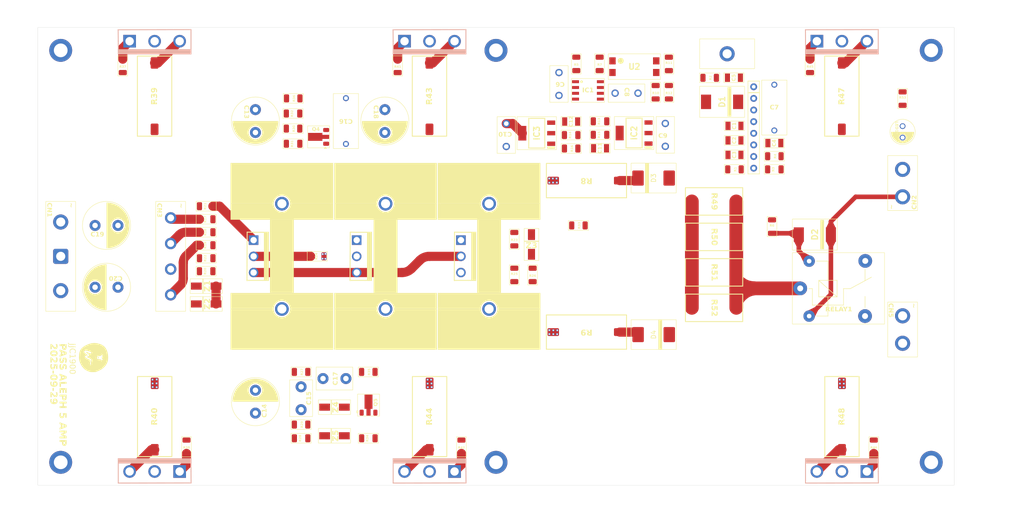
<source format=kicad_pcb>
(kicad_pcb (version 20241229) (generator "pcbnew") (generator_version "9.0")
  (title_block (date "2025-09-29") (rev "V16"))
  (layers (0 "F.Cu" signal) (4 "In1.Cu" signal) (6 "In2.Cu" signal) (8 "In3.Cu" signal) (10 "In4.Cu" signal) (2 "B.Cu" signal) (13 "F.Paste" user) (15 "B.Paste" user) (5 "F.SilkS" user "F.Silkscreen") (7 "B.SilkS" user "B.Silkscreen") (1 "F.Mask" user) (3 "B.Mask" user) (25 "Edge.Cuts" user))
  (net 0 "")
  (net 1 "Net-(IC1-+IN)")
  (net 2 "Net-(C7-Pad1)")
  (net 3 "Net-(C13-Pad1)")
  (net 4 "GND1")
  (net 5 "Net-(Z4-K)")
  (net 6 "Net-(LED1-K)")
  (net 7 "Net-(Q1-D)")
  (net 8 "GND")
  (net 9 "/VCC")
  (net 10 "/VEE")
  (net 11 "/DC 35V")
  (net 12 "/VIN")
  (net 13 "Net-(C14-Pad1)")
  (net 14 "/XLR_+")
  (net 15 "/RCA")
  (net 16 "/XLR_-")
  (net 17 "/VOUT")
  (net 18 "Net-(LED1-A)")
  (net 19 "Net-(Q1-S)")
  (net 20 "Net-(Q1-G)")
  (net 21 "Net-(Q2-G)")
  (net 22 "Net-(Q2-S)")
  (net 23 "Net-(Q3-G)")
  (net 24 "Net-(Q6-G)")
  (net 25 "Net-(Q6-S)")
  (net 26 "Net-(Q7-G)")
  (net 27 "Net-(Q7-S)")
  (net 28 "Net-(Q8-S)")
  (net 29 "Net-(Q8-G)")
  (net 30 "Net-(Q9-S)")
  (net 31 "Net-(Q9-G)")
  (net 32 "Net-(IC1--IN)")
  (net 33 "Net-(IC1-OUT)")
  (net 36 "Net-(Q4-C)")
  (net 39 "Net-(IC2-ADJ)")
  (net 40 "Net-(C18-Pad2)")
  (net 41 "/UPC1237_PIN4")
  (net 42 "/AC_DETECT")
  (net 43 "Net-(D1-A)")
  (net 44 "/UPC1237_PIN8")
  (net 45 "/UPC1237_PIN7")
  (net 46 "/UPC1237_PIN2")
  (net 47 "Net-(D2-A)")
  (net 48 "Net-(Q4-B)")
  (net 49 "Net-(Q5-B)")
  (net 50 "Net-(Q10-G)")
  (net 51 "/VCCO")
  (net 52 "/VEEO")
  (net 53 "Net-(Q10-S)")
  (net 54 "Net-(Q11-G)")
  (net 55 "Net-(R6-Pad1)")
  (net 56 "Net-(Q11-S)")
  (net 57 "Net-(IC3-ADJ)")
  (net 58 "Net-(R10-Pad2)")
  (net 59 "Net-(D3-K)")
  (net 60 "Net-(D4-A)")
  (net 61 "Net-(R11-Pad1)")
  (net 62 "Net-(Z1-K)")
  (net 63 "Net-(Z3-A)")
  (net 64 "Net-(Z1-A)")
  (net 65 "Net-(Z4-A)")
  (footprint "cus_capacitor:MES104J2A-7-50R0" (layer "F.Cu") (at 217.25 131 90)
    (property "Reference" "C10")
    (property "Value" "0.1μ" (hide yes))
  )
  (footprint "generic package:R_1206" (layer "F.Cu") (at 219 159.061295 -90)
    (property "Reference" "R25")
    (property "Value" "220" (hide yes))
  )
  (footprint "cus_zener:SMC5352A" (layer "F.Cu") (at 249.4 137.9)
    (property "Reference" "D3")
    (property "Value" "SMC5352A" (hide yes))
  )
  (footprint "cus_ldo:LM317AEMPX_NOPB" (layer "F.Cu") (at 245.145462 128.064439 180)
    (property "Reference" "IC2")
    (property "Value" "LM317AEMPX_NOPB" (hide yes))
  )
  (footprint "cus_capacitor:SPZ1HM471G18O00RAXXX" (layer "F.Cu") (at 127.5 148.25)
    (property "Reference" "C19")
    (property "Value" "470uF" (hide yes))
  )
  (footprint "cus_capacitor:CGA1206X5R226M350NT" (layer "F.Cu") (at 267.05 126.5)
    (property "Reference" "C1")
    (property "Value" "100μ" (hide yes))
  )
  (footprint "cus_resistor:SMW3R47JT" (layer "F.Cu") (at 262.6 150.75 180)
    (property "Reference" "R50")
    (property "Value" ".47" (hide yes))
  )
  (footprint "cus_capacitor:CGA1206X5R226M350NT" (layer "F.Cu") (at 267.05 129.668102)
    (property "Reference" "C2")
    (property "Value" "100μ" (hide yes))
  )
  (footprint "connectors:2线焊盘" (layer "F.Cu") (at 303.75 142 90)
    (property "Reference" "CN2")
    (property "Value" "~")
  )
  (footprint "generic package:R_1206" (layer "F.Cu") (at 237.627808 112.953072 90)
    (property "Reference" "R7")
    (property "Value" "3000" (hide yes))
  )
  (footprint "cus_transistor:BCX56-16,115" (layer "F.Cu") (at 187.480585 187.5)
    (property "Reference" "Q5")
    (property "Value" "BCP56-16,115" (hide yes))
  )
  (footprint "cus_capacitor:SPZ1HM471G18O00RAXXX" (layer "F.Cu") (at 132.5 161.75 180)
    (property "Reference" "C20")
    (property "Value" "470uF" (hide yes))
  )
  (footprint "generic package:R_1206" (layer "F.Cu") (at 232.532167 112.953072 90)
    (property "Reference" "R5")
    (property "Value" "1000" (hide yes))
  )
  (footprint "generic package:R_1206" (layer "F.Cu") (at 252.75 119.152286 90)
    (property "Reference" "R12")
    (property "Value" "220" (hide yes))
  )
  (footprint "cus_capacitor:CGA1206X5R226M350NT" (layer "F.Cu") (at 237.7125 131.391335 180)
    (property "Reference" "C11")
    (property "Value" "22μ" (hide yes))
  )
  (footprint "cus_capacitor:C3216X5R1E476MTJ00E" (layer "F.Cu") (at 275.756791 130.25 180)
    (property "Reference" "C4")
    (property "Value" "47μ" (hide yes))
  )
  (footprint "generic package:R_1206" (layer "F.Cu") (at 207.462127 196.602286 90)
    (property "Reference" "R42")
    (property "Value" "220" (hide yes))
  )
  (footprint "cus_capacitor:MPP473J2G10NN22610" (layer "F.Cu") (at 182.25 125.447873 90)
    (property "Reference" "C16")
    (property "Value" "47nF" (hide yes))
  )
  (footprint "generic package:Relay_SPDT" (layer "F.Cu") (at 281.4 162)
    (property "Reference" "RELAY1")
    (property "Value" "G5LE-14 DC24" (hide yes))
  )
  (footprint "3rd package:OPA1611AIDR" (layer "F.Cu") (at 235.075681 118.75)
    (property "Reference" "IC1")
    (property "Value" "OPA1611AIDR" (hide yes))
  )
  (footprint "generic package:R_1206" (layer "F.Cu") (at 267.052286 136 180)
    (property "Reference" "R1")
    (property "Value" "56K" (hide yes))
  )
  (footprint "cus_capacitor:CC3A681KC1GEB45F30MF" (layer "F.Cu") (at 177.25 181.702127)
    (property "Reference" "C17")
    (property "Value" "680pF" (hide yes))
  )
  (footprint "cus_capacitor:CC45SL3FD100JYNNA" (layer "F.Cu") (at 172.467004 188.5 90)
    (property "Reference" "C15")
    (property "Value" "10pF" (hide yes))
  )
  (footprint "cus_optocouple:SFH6206-2T" (layer "F.Cu") (at 245.2 113.564367)
    (property "Reference" "U2")
    (property "Value" "SFH6206-2T" (hide yes))
  )
  (footprint "cus_resistor:SMW51R0JT" (layer "F.Cu") (at 140.4875 120 90)
    (property "Reference" "R39")
    (property "Value" "1" (hide yes))
  )
  (footprint "cus_capacitor:SPZ1HM221G12O00RAXXX" (layer "F.Cu") (at 162.5 122.947873 -90)
    (property "Reference" "C13")
    (property "Value" "220UF" (hide yes))
  )
  (footprint "generic package:R_1206" (layer "F.Cu") (at 170.7125 127.09284 180)
    (property "Reference" "R30")
    (property "Value" "4.75K" (hide yes))
  )
  (footprint "generic package:R_1206" (layer "F.Cu") (at 231.41 131.443514 180)
    (property "Reference" "R16")
    (property "Value" "220" (hide yes))
  )
  (footprint "cus_resistor:SMW51R0JT" (layer "F.Cu") (at 200.5125 190 90)
    (property "Reference" "R44")
    (property "Value" "1" (hide yes))
  )
  (footprint "generic package:R_1206" (layer "F.Cu") (at 252.741387 112.962081 -90)
    (property "Reference" "R11")
    (property "Value" "2000" (hide yes))
  )
  (footprint "generic package:R_1206" (layer "F.Cu") (at 232.995496 148.25 180)
    (property "Reference" "R33")
    (property "Value" "45K" (hide yes))
  )
  (footprint "cus_capacitor:MES104J2A-7-50R0" (layer "F.Cu") (at 251.9625 125.964439 -90)
    (property "Reference" "C9")
    (property "Value" "0.1μ" (hide yes))
  )
  (footprint "3rd package:IRF9610PBF" (layer "F.Cu") (at 207.35 151.46 -90)
    (property "Reference" "Q2" (hide yes))
    (property "Value" "IRF9610PBF" (hide yes))
  )
  (footprint "3rd package:IRF9610PBF" (layer "F.Cu") (at 162.1 151.46 -90)
    (property "Reference" "Q1" (hide yes))
    (property "Value" "IRF9610PBF" (hide yes))
  )
  (footprint "generic package:R_1206" (layer "F.Cu") (at 283.546486 113.388705 90)
    (property "Reference" "R45")
    (property "Value" "220" (hide yes))
  )
  (footprint "cus_transistor:BCX56-16,115" (layer "F.Cu") (at 176.2875 128.597873 90)
    (property "Reference" "Q4")
    (property "Value" "BCP56-16,115" (hide yes))
  )
  (footprint "generic package:R_1206" (layer "F.Cu") (at 172.471509 194.75)
    (property "Reference" "R28")
    (property "Value" "10K" (hide yes))
  )
  (footprint "cus_zener:SMAZ9V1-13-F" (layer "F.Cu") (at 222.75 152.4 -90)
    (property "Reference" "Z3")
    (property "Value" "SMAZ9V1-13-F" (hide yes))
  )
  (footprint "cus_capacitor:MES104J2A-7-50R0" (layer "F.Cu") (at 228.75 119.85 90)
    (property "Reference" "C6")
    (property "Value" "0.1μ" (hide yes))
  )
  (footprint "generic package:R_1206" (layer "F.Cu") (at 176 154.995694)
    (property "Reference" "R24")
    (property "Value" "390" (hide yes))
  )
  (footprint "generic package:R_1206" (layer "F.Cu") (at 275.759077 136)
    (property "Reference" "R3")
    (property "Value" "10K" (hide yes))
  )
  (footprint "generic package:R_1206" (layer "F.Cu") (at 261.638705 116 180)
    (property "Reference" "R2")
    (property "Value" "15K" (hide yes))
  )
  (footprint "generic package:LED" (layer "F.Cu") (at 303.745693 126.558795 -90)
    (property "Reference" "LED1")
    (property "Value" "20MA 3V")
  )
  (footprint "cus_resistor:SMW3R47JT" (layer "F.Cu") (at 262.6 166.25 180)
    (property "Reference" "R52")
    (property "Value" ".47" (hide yes))
  )
  (footprint "cus_resistor:SMW51R0JT" (layer "F.Cu") (at 140.5125 190 90)
    (property "Reference" "R40")
    (property "Value" "1" (hide yes))
  )
  (footprint "generic package:R_1206" (layer "F.Cu") (at 223.004307 159.061295 90)
    (property "Reference" "R26")
    (property "Value" "10K" (hide yes))
  )
  (footprint "cus_zener:SMAZ9V1-13-F" (layer "F.Cu") (at 179.75 187.95)
    (property "Reference" "Z4")
    (property "Value" "SMAZ9V1-13-F" (hide yes))
  )
  (footprint "generic package:R_1206" (layer "F.Cu") (at 219 151.25 90)
    (property "Reference" "R23")
    (property "Value" "220" (hide yes))
  )
  (footprint "generic package:R_1206" (layer "F.Cu") (at 297.462127 196.602286 90)
    (property "Reference" "R46")
    (property "Value" "220" (hide yes))
  )
  (footprint "cus_zener:SMC5352A" (layer "F.Cu") (at 249.421071 172.1 180)
    (property "Reference" "D4")
    (property "Value" "SMC5352A" (hide yes))
  )
  (footprint "cus_resistor:SMW51R0JT" (layer "F.Cu") (at 290.5125 190 90)
    (property "Reference" "R48")
    (property "Value" "1" (hide yes))
  )
  (footprint "3rd package:S3M-E3_57T" (layer "F.Cu") (at 284.6 150.25 180)
    (property "Reference" "D2")
    (property "Value" "S3M-E3/57T" (hide yes))
  )
  (footprint "cus_resistor:SMW51R0JT" (layer "F.Cu") (at 200.4875 120 90)
    (property "Reference" "R43")
    (property "Value" "1" (hide yes))
  )
  (footprint "generic package:R_1206" (layer "F.Cu") (at 151.759009 152.572594)
    (property "Reference" "R19")
    (property "Value" "10K" (hide yes))
  )
  (footprint "generic package:R_1206" (layer "F.Cu") (at 147.462127 196.602286 90)
    (property "Reference" "R38")
    (property "Value" "220" (hide yes))
  )
  (footprint "generic package:COOLING_FIN_2" (layer "F.Cu") (at 168.275 143.5 -90)
    (property "Reference" "REF**" (hide yes))
    (property "Value" "COOLING_FIN_2" (hide yes))
  )
  (footprint "cus_capacitor:KP223J2J1001" (layer "F.Cu") (at 275.75 122.5 -90)
    (property "Reference" "C7")
    (property "Value" "22NF" (hide yes))
  )
  (footprint "generic package:COOLING_FIN_2" (layer "F.Cu") (at 213.5 166.5 90)
    (property "Reference" "REF**" (hide yes))
    (property "Value" "COOLING_FIN_2" (hide yes))
  )
  (footprint "generic package:R_1206" (layer "F.Cu") (at 249.852127 119.152286 90)
    (property "Reference" "R10")
    (property "Value" "487" (hide yes))
  )
  (footprint "generic package:R_1206" (layer "F.Cu") (at 133.546486 113.388705 90)
    (property "Reference" "R37")
    (property "Value" "220" (hide yes))
  )
  (footprint "3rd package:S3M-E3_57T" (layer "F.Cu") (at 264.35 121.25 180)
    (property "Reference" "D1")
    (property "Value" "S3M-E3/57T" (hide yes))
  )
  (footprint "cus_resistor:SMW51R0JT" (layer "F.Cu") (at 290.4875 120 90)
    (property "Reference" "R47")
    (property "Value" "1" (hide yes))
  )
  (footprint "cus_ldo:LM337IMP_NOPB" (layer "F.Cu") (at 223.9 128.1 180)
    (property "Reference" "IC3")
    (property "Value" "LM337IMP_NOPB" (hide yes))
  )
  (footprint "cus_zener:SMAZ9V1-13-F" (layer "F.Cu") (at 151.75 161.5)
    (property "Reference" "Z1")
    (property "Value" "SMAZ9V1-13-F" (hide yes))
  )
  (footprint "generic package:R_1206" (layer "F.Cu") (at 151.759009 155.411297)
    (property "Reference" "R22")
    (property "Value" "10K" (hide yes))
  )
  (footprint "generic package:R_1206" (layer "F.Cu") (at 170.75 120.495746 180)
    (property "Reference" "R36")
    (property "Value" "1kΩ" (hide yes))
  )
  (footprint "cus_capacitor:MES104J2A-7-50R0" (layer "F.Cu") (at 246 119.35 180)
    (property "Reference" "C8")
    (property "Value" "0.1μ" (hide yes))
  )
  (footprint "generic package:R_1206" (layer "F.Cu") (at 237.7125 125.5)
    (property "Reference" "R13")
    (property "Value" "887" (hide yes))
  )
  (footprint "generic package:R_1206" (layer "F.Cu") (at 151.75 158.25)
    (property "Reference" "R20")
    (property "Value" "100K" (hide yes))
  )
  (footprint "generic package:R_1206" (layer "F.Cu") (at 275.759077 133.122847 180)
    (property "Reference" "R4")
    (property "Value" "100K" (hide yes))
  )
  (footprint "generic package:R_1206" (layer "F.Cu") (at 237.7125 128.44782)
    (property "Reference" "R15")
    (property "Value" "220" (hide yes))
  )
  (footprint "generic package:R_1206" (layer "F.Cu") (at 151.75 144.047873)
    (property "Reference" "R21")
    (property "Value" "220" (hide yes))
  )
  (footprint "generic package:R_1206" (layer "F.Cu") (at 151.759009 146.895189)
    (property "Reference" "R17")
    (property "Value" "1k" (hide yes))
  )
  (footprint "cus_resistor:SMW3R47JT" (layer "F.Cu") (at 262.6 158.5 180)
    (property "Reference" "R51")
    (property "Value" ".47" (hide yes))
  )
  (footprint "connectors:2线焊盘" (layer "F.Cu") (at 303.75 168 -90)
    (property "Reference" "CN5")
    (property "Value" "~")
  )
  (footprint "generic package:R_1206" (layer "F.Cu") (at 170.7125 123.802906)
    (property "Reference" "R32")
    (property "Value" "221K" (hide yes))
  )
  (footprint "cus_resistor:SMW3R47JT" (layer "F.Cu") (at 262.6 143 180)
    (property "Reference" "R49")
    (property "Value" ".47" (hide yes))
  )
  (footprint "generic package:R_1206" (layer "F.Cu") (at 172.4625 191.75 180)
    (property "Reference" "R29")
    (property "Value" "100K" (hide yes))
  )
  (footprint "generic package:R_1206" (layer "F.Cu") (at 303.75 120.5375 -90)
    (property "Reference" "R53")
    (property "Value" "10K" (hide yes))
  )
  (footprint "cus_capacitor:CGA1206X5R226M350NT" (layer "F.Cu") (at 267.05 132.836204)
    (property "Reference" "C3")
    (property "Value" "100μ" (hide yes))
  )
  (footprint "cus_capacitor:CGA1206X5R226M350NT" (layer "F.Cu") (at 231.41 125.55218 180)
    (property "Reference" "C12")
    (property "Value" "22μ" (hide yes))
  )
  (footprint "generic package:COOLING_FIN_2" (layer "F.Cu") (at 190.9 166.5 90)
    (property "Reference" "REF**" (hide yes))
    (property "Value" "COOLING_FIN_2" (hide yes))
  )
  (footprint "cus_capacitor:SPZ1HM221G12O00RAXXX" (layer "F.Cu") (at 190.75 122.947873 -90)
    (property "Reference" "C18")
    (property "Value" "220UF" (hide yes))
  )
  (footprint "cus_resistor:SMW 5W 150R J" (layer "F.Cu") (at 234.75 138.45 180)
    (property "Reference" "R8")
    (property "Value" "150" (hide yes))
  )
  (footprint "generic package:R_1206" (layer "F.Cu") (at 231.41 128.504306)
    (property "Reference" "R14")
    (property "Value" "887" (hide yes))
  )
  (footprint "generic package:R_1206" (layer "F.Cu") (at 193.546486 113.388705 90)
    (property "Reference" "R41")
    (property "Value" "220" (hide yes))
  )
  (footprint "connectors:1线焊盘" (layer "F.Cu") (at 265.45 110.75)
    (property "Reference" "CN4" (hide yes))
    (property "Value" "~" (hide yes))
  )
  (footprint "3rd package:UPC1237HA" (layer "F.Cu") (at 271.25 126.85 -90)
    (property "Reference" "U1" (hide yes))
    (property "Value" "UPC1237HA")
  )
  (footprint "cus_zener:SMAZ9V1-13-F" (layer "F.Cu") (at 179.75 194.197873)
    (property "Reference" "Z5")
    (property "Value" "SMAZ9V1-13-F" (hide yes))
  )
  (footprint "cus_resistor:SMW 5W 150R J" (layer "F.Cu") (at 234.75 171.55 180)
    (property "Reference" "R9")
    (property "Value" "150" (hide yes))
  )
  (footprint "generic package:LOGO" (layer "F.Cu") (at 127.25 177 -90)
    (property "Reference" "JJC***" (hide yes))
    (property "Value" "LOGO" (hide yes))
  )
  (footprint "cus_capacitor:CL31B475KBHNNNE" (layer "F.Cu") (at 266.9375 115.976422 180)
    (property "Reference" "C5")
    (property "Value" "4.7μ" (hide yes))
  )
  (footprint "connectors:4线焊盘" (layer "F.Cu") (at 144 146.6 -90)
    (property "Reference" "CN3")
    (property "Value" "~")
  )
  (footprint "generic package:R_1206" (layer "F.Cu") (at 170.721509 130.4)
    (property "Reference" "R31")
    (property "Value" "1.5K" (hide yes))
  )
  (footprint "generic package:R_1206" (layer "F.Cu") (at 172.4625 180.25 180)
    (property "Reference" "R27")
    (property "Value" "220" (hide yes))
  )
  (footprint "generic package:R_1206" (layer "F.Cu") (at 151.759009 149.733892)
    (property "Reference" "R18")
    (property "Value" "10K" (hide yes))
  )
  (footprint "generic package:R_1206" (layer "F.Cu") (at 275.245694 148.5 -90)
    (property "Reference" "R6")
    (property "Value" "470" (hide yes))
  )
  (footprint "generic package:R_1206" (layer "F.Cu") (at 187.14759 194.75)
    (property "Reference" "R34")
    (property "Value" "75" (hide yes))
  )
  (footprint "generic package:R_1206" (layer "F.Cu") (at 187.138581 180.25 180)
    (property "Reference" "R35")
    (property "Value" "220" (hide yes))
  )
  (footprint "connectors:3线焊盘" (layer "F.Cu") (at 120 147.5 -90)
    (property "Reference" "CN1")
    (property "Value" "~")
  )
  (footprint "cus_zener:SMAZ9V1-13-F" (layer "F.Cu") (at 151.75 165.4)
    (property "Reference" "Z2")
    (property "Value" "SMAZ9V1-13-F" (hide yes))
  )
  (footprint "cus_capacitor:SPZ1HM221G12O00RAXXX" (layer "F.Cu") (at 162.5 189.25 90)
    (property "Reference" "C14")
    (property "Value" "220UF" (hide yes))
  )
  (footprint "3rd package:IRF9610PBF" (layer "F.Cu") (at 184.6 151.46 -90)
    (property "Reference" "Q3" (hide yes))
    (property "Value" "IRF9610PBF" (hide yes))
  )
  (footprint "cus_mosfet:IRFP240PBF" (layer "B.Cu") (at 205.96 202 180)
    (property "Reference" "Q9" (hide yes))
    (property "Value" "IRFP240PBF" (hide yes))
  )
  (footprint "cus_mosfet:IRFP240PBF" (layer "B.Cu") (at 145.96 202 180)
    (property "Reference" "Q7" (hide yes))
    (property "Value" "IRFP240PBF" (hide yes))
  )
  (footprint "cus_mosfet:IRFP240PBF" (layer "B.Cu") (at 285.04 108)
    (property "Reference" "Q10" (hide yes))
    (property "Value" "IRFP240PBF" (hide yes))
  )
  (footprint "cus_mosfet:IRFP240PBF" (layer "B.Cu") (at 195.04 108)
    (property "Reference" "Q8" (hide yes))
    (property "Value" "IRFP240PBF" (hide yes))
  )
  (footprint "cus_mosfet:IRFP240PBF" (layer "B.Cu") (at 295.96 202 180)
    (property "Reference" "Q11" (hide yes))
    (property "Value" "IRFP240PBF" (hide yes))
  )
  (footprint "cus_mosfet:IRFP240PBF" (layer "B.Cu") (at 135.04 108)
    (property "Reference" "Q6" (hide yes))
    (property "Value" "IRFP240PBF" (hide yes))
  )
  (gr_poly (pts (xy 271.654393 163.501019) (xy 271.654393 160.501019) (xy 271.268133 160.466233) (xy 270.934234 160.425089) (xy 270.684107 160.384062) (xy 270.462354 160.337104) (xy 270.27975 160.288267) (xy 270.113533 160.233487) (xy 269.820993 160.106913) (xy 269.531691 159.940367) (xy 269.062543 159.614538) (xy 268.904393 159.501019) (xy 267.654393 159.501019) (xy 267.654393 165.251019) (xy 268.904393 165.251019) (xy 269.009387 165.082508) (xy 269.207627 164.816567) (xy 269.449999 164.545891) (xy 269.71961 164.295952) (xy 270.008441 164.0761) (xy 270.312327 163.889959) (xy 270.629205 163.738869) (xy 270.958324 163.623351) (xy 271.299811 163.54383)) (fill yes) (layer "F.Cu") (net 12))
  (gr_rect (start 115 105) (end 315 205) (stroke (width 0.05)) (fill no) (layer "Edge.Cuts"))
  (gr_text "2025-09-29" (at 117.5 174 270) (layer "F.SilkS") (effects (font (size 1.5 1.5) (thickness 0.3) (bold yes)) (justify left bottom)))
  (gr_text "PASS ALEPH 5 AMP" (at 119.5 174 270) (layer "F.SilkS") (effects (font (size 1.5 1.5) (thickness 0.3) (bold yes)) (justify left bottom)))
  (via (at 120 200) (size 5) (drill 3) (layers "F.Cu" "B.Cu") (net 0))
  (via (at 310 200) (size 5) (drill 3) (layers "F.Cu" "B.Cu") (net 0))
  (via (at 120 110) (size 5) (drill 3) (layers "F.Cu" "B.Cu") (net 0))
  (via (at 215 200) (size 5) (drill 3) (layers "F.Cu" "B.Cu") (net 0))
  (via (at 215 110) (size 5) (drill 3) (layers "F.Cu" "B.Cu") (net 0))
  (via (at 310 110) (size 5) (drill 3) (layers "F.Cu" "B.Cu") (net 0))
  (segment (start 257.75 143) (end 257.75 166.25) (width 3) (layer "F.Cu") (net 6))
  (segment (start 162.1 155) (end 174.533194 155) (width 2) (layer "F.Cu") (net 7))
  (segment (start 174.533194 155) (end 174.5375 154.995694) (width 2) (layer "F.Cu") (net 7))
  (via (at 227.454823 138.878263) (size 0.5) (drill 0.3) (layers "F.Cu" "B.Cu") (net 9))
  (via (at 226.649185 138.905573) (size 0.5) (drill 0.3) (layers "F.Cu" "B.Cu") (net 9))
  (via (at 227.407031 137.997523) (size 0.5) (drill 0.3) (layers "F.Cu" "B.Cu") (net 9))
  (via (at 226.628703 137.997523) (size 0.5) (drill 0.3) (layers "F.Cu" "B.Cu") (net 9))
  (via (at 228.205841 138.011178) (size 0.5) (drill 0.3) (layers "F.Cu" "B.Cu") (net 9))
  (via (at 228.280943 138.88509) (size 0.5) (drill 0.3) (layers "F.Cu" "B.Cu") (net 9))
  (via (at 200.922282 182.778328) (size 0.5) (drill 0.3) (layers "F.Cu" "B.Cu") (net 10))
  (via (at 227.512057 171.991575) (size 0.5) (drill 0.3) (layers "F.Cu" "B.Cu") (net 10))
  (via (at 177.188553 154.510021) (size 0.5) (drill 0.3) (layers "F.Cu" "B.Cu") (net 10))
  (via (at 290.870381 181.948794) (size 0.5) (drill 0.3) (layers "F.Cu" "B.Cu") (net 10))
  (via (at 200.072266 181.938553) (size 0.5) (drill 0.3) (layers "F.Cu" "B.Cu") (net 10))
  (via (at 140.040305 181.934919) (size 0.5) (drill 0.3) (layers "F.Cu" "B.Cu") (net 10))
  (via (at 140.910803 182.754212) (size 0.5) (drill 0.3) (layers "F.Cu" "B.Cu") (net 10))
  (via (at 140.941527 181.893954) (size 0.5) (drill 0.3) (layers "F.Cu" "B.Cu") (net 10))
  (via (at 140.060787 182.774694) (size 0.5) (drill 0.3) (layers "F.Cu" "B.Cu") (net 10))
  (via (at 290.07157 182.79881) (size 0.5) (drill 0.3) (layers "F.Cu" "B.Cu") (net 10))
  (via (at 200.840353 181.948794) (size 0.5) (drill 0.3) (layers "F.Cu" "B.Cu") (net 10))
  (via (at 290.911345 182.809051) (size 0.5) (drill 0.3) (layers "F.Cu" "B.Cu") (net 10))
  (via (at 200.963247 183.577138) (size 0.5) (drill 0.3) (layers "F.Cu" "B.Cu") (net 10))
  (via (at 228.382556 171.162041) (size 0.5) (drill 0.3) (layers "F.Cu" "B.Cu") (net 10))
  (via (at 140.081269 183.542781) (size 0.5) (drill 0.3) (layers "F.Cu" "B.Cu") (net 10))
  (via (at 200.082507 182.79881) (size 0.5) (drill 0.3) (layers "F.Cu" "B.Cu") (net 10))
  (via (at 290.020365 181.959035) (size 0.5) (drill 0.3) (layers "F.Cu" "B.Cu") (net 10))
  (via (at 177.762057 155.540964) (size 0.5) (drill 0.3) (layers "F.Cu" "B.Cu") (net 10))
  (via (at 177.775712 154.462229) (size 0.5) (drill 0.3) (layers "F.Cu" "B.Cu") (net 10))
  (via (at 227.512057 171.162041) (size 0.5) (drill 0.3) (layers "F.Cu" "B.Cu") (net 10))
  (via (at 226.662041 171.981334) (size 0.5) (drill 0.3) (layers "F.Cu" "B.Cu") (net 10))
  (via (at 140.931285 183.604228) (size 0.5) (drill 0.3) (layers "F.Cu" "B.Cu") (net 10))
  (via (at 226.6518 171.131318) (size 0.5) (drill 0.3) (layers "F.Cu" "B.Cu") (net 10))
  (via (at 290.890863 183.59762) (size 0.5) (drill 0.3) (layers "F.Cu" "B.Cu") (net 10))
  (via (at 228.351832 172.001816) (size 0.5) (drill 0.3) (layers "F.Cu" "B.Cu") (net 10))
  (via (at 290.102294 183.607861) (size 0.5) (drill 0.3) (layers "F.Cu" "B.Cu") (net 10))
  (via (at 177.161243 155.520482) (size 0.5) (drill 0.3) (layers "F.Cu" "B.Cu") (net 10))
  (via (at 200.113231 183.587379) (size 0.5) (drill 0.3) (layers "F.Cu" "B.Cu") (net 10))
  (segment (start 288.1 150.25) (end 288.1 147.4) (width 1) (layer "F.Cu") (net 11))
  (segment (start 288.1 147.4) (end 293.5 142) (width 1) (layer "F.Cu") (net 11))
  (segment (start 293.5 142) (end 303.75 142) (width 1) (layer "F.Cu") (net 11))
  (segment (start 288.1 150.25) (end 288.1 163.3) (width 1) (layer "F.Cu") (net 11))
  (segment (start 288.1 163.3) (end 283.35 168.05) (width 1) (layer "F.Cu") (net 11))
  (segment (start 281.4 162) (end 267.45 162) (width 3) (layer "F.Cu") (net 12))
  (segment (start 267.45 143) (end 267.45 162) (width 3) (layer "F.Cu") (net 12))
  (segment (start 267.45 162) (end 267.45 166.25) (width 3) (layer "F.Cu") (net 12))
  (segment (start 150.296509 149.733892) (end 147.294535 149.733892) (width 2) (layer "F.Cu") (net 14))
  (segment (start 145.880321 150.319679) (end 144 152.2) (width 2) (layer "F.Cu") (net 14))
  (arc (start 145.880321 150.319679) (mid 146.529168 149.886133) (end 147.294535 149.733892) (width 2) (layer "F.Cu") (net 14))
  (segment (start 150.296509 146.895189) (end 144.295189 146.895189) (width 2) (layer "F.Cu") (net 15))
  (segment (start 144.295189 146.895189) (end 144 146.6) (width 2) (layer "F.Cu") (net 15))
  (segment (start 146.165213 161.234787) (end 144 163.4) (width 2) (layer "F.Cu") (net 16))
  (segment (start 150.296509 152.572594) (end 149.714498 152.572594) (width 2) (layer "F.Cu") (net 16))
  (segment (start 149.714498 152.572594) (end 147.336786 154.950306) (width 2) (layer "F.Cu") (net 16))
  (segment (start 146.751 156.364519) (end 146.751 159.820573) (width 2) (layer "F.Cu") (net 16))
  (arc (start 146.751 159.820573) (mid 146.598759 160.58594) (end 146.165213 161.234787) (width 2) (layer "F.Cu") (net 16))
  (arc (start 147.336786 154.950306) (mid 146.903241 155.599152) (end 146.751 156.364519) (width 2) (layer "F.Cu") (net 16))
  (segment (start 184.6 158.54) (end 194.467359 158.54) (width 2) (layer "F.Cu") (net 19))
  (segment (start 200.492641 155) (end 207.35 155) (width 2) (layer "F.Cu") (net 19))
  (segment (start 196.58868 157.66132) (end 198.371321 155.878679) (width 2) (layer "F.Cu") (net 19))
  (segment (start 162.1 158.54) (end 184.6 158.54) (width 2) (layer "F.Cu") (net 19))
  (arc (start 200.492641 155) (mid 199.344591 155.228361) (end 198.371321 155.878679) (width 2) (layer "F.Cu") (net 19))
  (arc (start 194.467359 158.54) (mid 195.61541 158.311638) (end 196.58868 157.66132) (width 2) (layer "F.Cu") (net 19))
  (segment (start 154.687873 144.047873) (end 153.2125 144.047873) (width 2) (layer "F.Cu") (net 20))
  (segment (start 162.1 151.46) (end 154.687873 144.047873) (width 2) (layer "F.Cu") (net 20))
  (segment (start 133.546486 111.926205) (end 133.546486 109.493514) (width 2) (layer "F.Cu") (net 24))
  (segment (start 133.546486 109.493514) (end 135.04 108) (width 2) (layer "F.Cu") (net 24))
  (segment (start 141.21 112.75) (end 145.96 108) (width 2) (layer "F.Cu") (net 25))
  (segment (start 140.4875 112.75) (end 141.21 112.75) (width 2) (layer "F.Cu") (net 25))
  (segment (start 147.462127 198.064786) (end 147.462127 200.497873) (width 2) (layer "F.Cu") (net 26))
  (segment (start 147.462127 200.497873) (end 145.96 202) (width 2) (layer "F.Cu") (net 26))
  (segment (start 139.79 197.25) (end 135.04 202) (width 2) (layer "F.Cu") (net 27))
  (segment (start 140.5125 197.25) (end 139.79 197.25) (width 2) (layer "F.Cu") (net 27))
  (segment (start 200.4875 112.75) (end 201.21 112.75) (width 2) (layer "F.Cu") (net 28))
  (segment (start 201.21 112.75) (end 205.96 108) (width 2) (layer "F.Cu") (net 28))
  (segment (start 193.546486 109.493514) (end 195.04 108) (width 2) (layer "F.Cu") (net 29))
  (segment (start 193.546486 111.926205) (end 193.546486 109.493514) (width 2) (layer "F.Cu") (net 29))
  (segment (start 200.5125 197.25) (end 199.79 197.25) (width 2) (layer "F.Cu") (net 30))
  (segment (start 199.79 197.25) (end 195.04 202) (width 2) (layer "F.Cu") (net 30))
  (segment (start 207.462127 198.064786) (end 207.462127 200.497873) (width 2) (layer "F.Cu") (net 31))
  (segment (start 207.462127 200.497873) (end 205.96 202) (width 2) (layer "F.Cu") (net 31))
  (segment (start 275.245694 149.9625) (end 280.8125 149.9625) (width 1) (layer "F.Cu") (net 47))
  (segment (start 281.1 150.25) (end 281.1 153.8) (width 1) (layer "F.Cu") (net 47))
  (segment (start 280.8125 149.9625) (end 281.1 150.25) (width 1) (layer "F.Cu") (net 47))
  (segment (start 281.1 153.8) (end 283.35 156.05) (width 1) (layer "F.Cu") (net 47))
  (segment (start 283.546486 111.926205) (end 283.546486 109.493514) (width 2) (layer "F.Cu") (net 50))
  (segment (start 283.546486 109.493514) (end 285.04 108) (width 2) (layer "F.Cu") (net 50))
  (segment (start 291.21 112.75) (end 295.96 108) (width 2) (layer "F.Cu") (net 53))
  (segment (start 290.4875 112.75) (end 291.21 112.75) (width 2) (layer "F.Cu") (net 53))
  (segment (start 297.462127 198.064786) (end 297.462127 200.497873) (width 2) (layer "F.Cu") (net 54))
  (segment (start 297.462127 200.497873) (end 295.96 202) (width 2) (layer "F.Cu") (net 54))
  (segment (start 290.5125 197.25) (end 289.79 197.25) (width 2) (layer "F.Cu") (net 56))
  (segment (start 289.79 197.25) (end 285.04 202) (width 2) (layer "F.Cu") (net 56))
  (segment (start 245.45 138.45) (end 246 137.9) (width 2) (layer "F.Cu") (net 59))
  (segment (start 242 138.45) (end 245.45 138.45) (width 2) (layer "F.Cu") (net 59))
  (segment (start 245.471071 171.55) (end 246.021071 172.1) (width 2) (layer "F.Cu") (net 60))
  (segment (start 217.25 126) (end 218.65 126) (width 2) (layer "F.Cu") (net 60))
  (segment (start 242 171.55) (end 245.471071 171.55) (width 2) (layer "F.Cu") (net 60))
  (segment (start 218.65 126) (end 220.75 128.1) (width 2) (layer "F.Cu") (net 60))
  (segment (start 153.9 161.5) (end 153.9 165.4) (width 2) (layer "F.Cu") (net 64))
)
</source>
